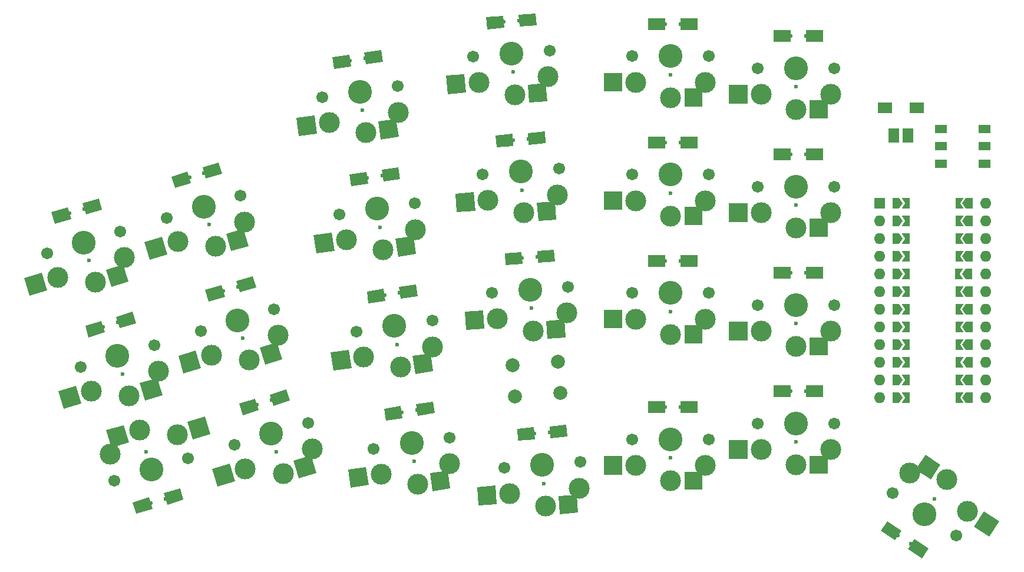
<source format=gbr>
%TF.GenerationSoftware,KiCad,Pcbnew,6.0.11-2627ca5db0~126~ubuntu22.04.1*%
%TF.CreationDate,2023-06-02T23:20:51-05:00*%
%TF.ProjectId,pcb,7063622e-6b69-4636-9164-5f7063625858,rev?*%
%TF.SameCoordinates,Original*%
%TF.FileFunction,Soldermask,Bot*%
%TF.FilePolarity,Negative*%
%FSLAX46Y46*%
G04 Gerber Fmt 4.6, Leading zero omitted, Abs format (unit mm)*
G04 Created by KiCad (PCBNEW 6.0.11-2627ca5db0~126~ubuntu22.04.1) date 2023-06-02 23:20:51*
%MOMM*%
%LPD*%
G01*
G04 APERTURE LIST*
G04 Aperture macros list*
%AMFreePoly0*
4,1,6,0.500000,-0.750000,-0.650000,-0.750000,-0.150000,0.000000,-0.650000,0.750000,0.500000,0.750000,0.500000,-0.750000,0.500000,-0.750000,$1*%
G04 Aperture macros list end*
%ADD10C,3.000000*%
%ADD11C,3.429000*%
%ADD12C,1.701800*%
%ADD13C,0.600000*%
%ADD14O,1.600000X1.600000*%
%ADD15R,1.600000X1.600000*%
%ADD16FreePoly0,0.000000*%
%ADD17FreePoly0,180.000000*%
%ADD18R,1.714000X1.200000*%
%ADD19R,2.000000X1.500000*%
%ADD20R,1.600000X2.000000*%
%ADD21C,2.000000*%
G04 APERTURE END LIST*
%TO.C,K40*%
G36*
X158644899Y-104572128D02*
G01*
X161083299Y-104572128D01*
X161083299Y-106299328D01*
X158644899Y-106299328D01*
X158644899Y-104572128D01*
G37*
G36*
X152244099Y-112496928D02*
G01*
X154885699Y-112496928D01*
X154885699Y-115138528D01*
X152244099Y-115138528D01*
X152244099Y-112496928D01*
G37*
G36*
X163820299Y-114708528D02*
G01*
X166420299Y-114708528D01*
X166420299Y-117308528D01*
X163820299Y-117308528D01*
X163820299Y-114708528D01*
G37*
G36*
X165751299Y-104594528D02*
G01*
X163295299Y-104594528D01*
X163295299Y-106294528D01*
X165751299Y-106294528D01*
X165751299Y-104594528D01*
G37*
%TO.C,K50*%
G36*
X183751307Y-102304977D02*
G01*
X181295307Y-102304977D01*
X181295307Y-104004977D01*
X183751307Y-104004977D01*
X183751307Y-102304977D01*
G37*
G36*
X170244107Y-110207377D02*
G01*
X172885707Y-110207377D01*
X172885707Y-112848977D01*
X170244107Y-112848977D01*
X170244107Y-110207377D01*
G37*
G36*
X181820307Y-112418977D02*
G01*
X184420307Y-112418977D01*
X184420307Y-115018977D01*
X181820307Y-115018977D01*
X181820307Y-112418977D01*
G37*
G36*
X176644907Y-102282577D02*
G01*
X179083307Y-102282577D01*
X179083307Y-104009777D01*
X176644907Y-104009777D01*
X176644907Y-102282577D01*
G37*
%TO.C,K60*%
G36*
X199208639Y-115867470D02*
G01*
X197038034Y-114436220D01*
X198469284Y-112265616D01*
X200639888Y-113696866D01*
X199208639Y-115867470D01*
G37*
G36*
X192028985Y-123248143D02*
G01*
X194079372Y-124600124D01*
X195015189Y-123180882D01*
X192964803Y-121828902D01*
X192028985Y-123248143D01*
G37*
G36*
X197949418Y-127178780D02*
G01*
X195913725Y-125836488D01*
X196864515Y-124394538D01*
X198900208Y-125736831D01*
X197949418Y-127178780D01*
G37*
G36*
X207655562Y-124086295D02*
G01*
X205450227Y-122632145D01*
X206904377Y-120426811D01*
X209109712Y-121880962D01*
X207655562Y-124086295D01*
G37*
%TO.C,U1*%
G36*
X205228922Y-92133170D02*
G01*
X204228922Y-92133170D01*
X203728922Y-91383170D01*
X204228922Y-90633170D01*
X205228922Y-90633170D01*
X205228922Y-92133170D01*
G37*
G36*
X205218597Y-87040829D02*
G01*
X204218597Y-87040829D01*
X203718597Y-86290829D01*
X204218597Y-85540829D01*
X205218597Y-85540829D01*
X205218597Y-87040829D01*
G37*
G36*
X205228922Y-81973170D02*
G01*
X204228922Y-81973170D01*
X203728922Y-81223170D01*
X204228922Y-80473170D01*
X205228922Y-80473170D01*
X205228922Y-81973170D01*
G37*
G36*
X195208922Y-88843170D02*
G01*
X194708922Y-89593170D01*
X193708922Y-89593170D01*
X193708922Y-88093170D01*
X194708922Y-88093170D01*
X195208922Y-88843170D01*
G37*
G36*
X195208922Y-86303170D02*
G01*
X194708922Y-87053170D01*
X193708922Y-87053170D01*
X193708922Y-85553170D01*
X194708922Y-85553170D01*
X195208922Y-86303170D01*
G37*
G36*
X195208922Y-101543170D02*
G01*
X194708922Y-102293170D01*
X193708922Y-102293170D01*
X193708922Y-100793170D01*
X194708922Y-100793170D01*
X195208922Y-101543170D01*
G37*
G36*
X205228922Y-104833170D02*
G01*
X204228922Y-104833170D01*
X203728922Y-104083170D01*
X204228922Y-103333170D01*
X205228922Y-103333170D01*
X205228922Y-104833170D01*
G37*
G36*
X205228922Y-79433170D02*
G01*
X204228922Y-79433170D01*
X203728922Y-78683170D01*
X204228922Y-77933170D01*
X205228922Y-77933170D01*
X205228922Y-79433170D01*
G37*
G36*
X195208922Y-78683170D02*
G01*
X194708922Y-79433170D01*
X193708922Y-79433170D01*
X193708922Y-77933170D01*
X194708922Y-77933170D01*
X195208922Y-78683170D01*
G37*
G36*
X205228922Y-76893170D02*
G01*
X204228922Y-76893170D01*
X203728922Y-76143170D01*
X204228922Y-75393170D01*
X205228922Y-75393170D01*
X205228922Y-76893170D01*
G37*
G36*
X205228922Y-94673170D02*
G01*
X204228922Y-94673170D01*
X203728922Y-93923170D01*
X204228922Y-93173170D01*
X205228922Y-93173170D01*
X205228922Y-94673170D01*
G37*
G36*
X195208922Y-99003170D02*
G01*
X194708922Y-99753170D01*
X193708922Y-99753170D01*
X193708922Y-98253170D01*
X194708922Y-98253170D01*
X195208922Y-99003170D01*
G37*
G36*
X195208922Y-104083170D02*
G01*
X194708922Y-104833170D01*
X193708922Y-104833170D01*
X193708922Y-103333170D01*
X194708922Y-103333170D01*
X195208922Y-104083170D01*
G37*
G36*
X205228922Y-97213170D02*
G01*
X204228922Y-97213170D01*
X203728922Y-96463170D01*
X204228922Y-95713170D01*
X205228922Y-95713170D01*
X205228922Y-97213170D01*
G37*
G36*
X195208922Y-81223170D02*
G01*
X194708922Y-81973170D01*
X193708922Y-81973170D01*
X193708922Y-80473170D01*
X194708922Y-80473170D01*
X195208922Y-81223170D01*
G37*
G36*
X205228922Y-89593170D02*
G01*
X204228922Y-89593170D01*
X203728922Y-88843170D01*
X204228922Y-88093170D01*
X205228922Y-88093170D01*
X205228922Y-89593170D01*
G37*
G36*
X205228922Y-84513170D02*
G01*
X204228922Y-84513170D01*
X203728922Y-83763170D01*
X204228922Y-83013170D01*
X205228922Y-83013170D01*
X205228922Y-84513170D01*
G37*
G36*
X195208922Y-96463170D02*
G01*
X194708922Y-97213170D01*
X193708922Y-97213170D01*
X193708922Y-95713170D01*
X194708922Y-95713170D01*
X195208922Y-96463170D01*
G37*
G36*
X195208922Y-91383170D02*
G01*
X194708922Y-92133170D01*
X193708922Y-92133170D01*
X193708922Y-90633170D01*
X194708922Y-90633170D01*
X195208922Y-91383170D01*
G37*
G36*
X195208922Y-83763170D02*
G01*
X194708922Y-84513170D01*
X193708922Y-84513170D01*
X193708922Y-83013170D01*
X194708922Y-83013170D01*
X195208922Y-83763170D01*
G37*
G36*
X195208922Y-93923170D02*
G01*
X194708922Y-94673170D01*
X193708922Y-94673170D01*
X193708922Y-93173170D01*
X194708922Y-93173170D01*
X195208922Y-93923170D01*
G37*
G36*
X205303922Y-99753170D02*
G01*
X204303922Y-99753170D01*
X203803922Y-99003170D01*
X204303922Y-98253170D01*
X205303922Y-98253170D01*
X205303922Y-99753170D01*
G37*
G36*
X205228922Y-102293170D02*
G01*
X204228922Y-102293170D01*
X203728922Y-101543170D01*
X204228922Y-100793170D01*
X205228922Y-100793170D01*
X205228922Y-102293170D01*
G37*
G36*
X195208922Y-76143170D02*
G01*
X194708922Y-76893170D01*
X193708922Y-76893170D01*
X193708922Y-75393170D01*
X194708922Y-75393170D01*
X195208922Y-76143170D01*
G37*
%TO.C,K31*%
G36*
X143966424Y-93043052D02*
G01*
X146558516Y-92840416D01*
X146761152Y-95432507D01*
X144169061Y-95635144D01*
X143966424Y-93043052D01*
G37*
G36*
X132253070Y-91740395D02*
G01*
X134886635Y-91534516D01*
X135092514Y-94168081D01*
X132458949Y-94373960D01*
X132253070Y-91740395D01*
G37*
G36*
X145103295Y-82809320D02*
G01*
X142654765Y-83000733D01*
X142787258Y-84695562D01*
X145235788Y-84504149D01*
X145103295Y-82809320D01*
G37*
G36*
X138016765Y-83340840D02*
G01*
X140447748Y-83150798D01*
X140582361Y-84872746D01*
X138151378Y-85062787D01*
X138016765Y-83340840D01*
G37*
%TO.C,K02*%
G36*
X72850831Y-77440462D02*
G01*
X75187605Y-76743840D01*
X75681045Y-78399054D01*
X73344272Y-79095677D01*
X72850831Y-77440462D01*
G37*
G36*
X79667454Y-75431713D02*
G01*
X77313813Y-76133363D01*
X77799484Y-77762512D01*
X80153124Y-77060861D01*
X79667454Y-75431713D01*
G37*
G36*
X80706385Y-85675851D02*
G01*
X83198024Y-84933062D01*
X83940813Y-87424700D01*
X81449175Y-88167490D01*
X80706385Y-85675851D01*
G37*
G36*
X68980823Y-86863611D02*
G01*
X71512328Y-86108937D01*
X72267002Y-88640441D01*
X69735497Y-89395116D01*
X68980823Y-86863611D01*
G37*
%TO.C,K43*%
G36*
X165751298Y-49534527D02*
G01*
X163295298Y-49534527D01*
X163295298Y-51234527D01*
X165751298Y-51234527D01*
X165751298Y-49534527D01*
G37*
G36*
X163820298Y-59648527D02*
G01*
X166420298Y-59648527D01*
X166420298Y-62248527D01*
X163820298Y-62248527D01*
X163820298Y-59648527D01*
G37*
G36*
X152244098Y-57436927D02*
G01*
X154885698Y-57436927D01*
X154885698Y-60078527D01*
X152244098Y-60078527D01*
X152244098Y-57436927D01*
G37*
G36*
X158644898Y-49512127D02*
G01*
X161083298Y-49512127D01*
X161083298Y-51239327D01*
X158644898Y-51239327D01*
X158644898Y-49512127D01*
G37*
%TO.C,K21*%
G36*
X118183849Y-88807667D02*
G01*
X120596338Y-88453142D01*
X120847460Y-90161989D01*
X118434970Y-90516514D01*
X118183849Y-88807667D01*
G37*
G36*
X124778010Y-98083895D02*
G01*
X127350383Y-97705874D01*
X127728403Y-100278247D01*
X125156030Y-100656267D01*
X124778010Y-98083895D01*
G37*
G36*
X125217993Y-87796613D02*
G01*
X122788091Y-88153696D01*
X123035258Y-89835632D01*
X125465160Y-89478548D01*
X125217993Y-87796613D01*
G37*
G36*
X113003268Y-97578886D02*
G01*
X115616799Y-97194817D01*
X116000867Y-99808348D01*
X113387337Y-100192416D01*
X113003268Y-97578886D01*
G37*
%TO.C,K53*%
G36*
X183751307Y-51244976D02*
G01*
X181295307Y-51244976D01*
X181295307Y-52944976D01*
X183751307Y-52944976D01*
X183751307Y-51244976D01*
G37*
G36*
X181820307Y-61358976D02*
G01*
X184420307Y-61358976D01*
X184420307Y-63958976D01*
X181820307Y-63958976D01*
X181820307Y-61358976D01*
G37*
G36*
X176644907Y-51222576D02*
G01*
X179083307Y-51222576D01*
X179083307Y-52949776D01*
X176644907Y-52949776D01*
X176644907Y-51222576D01*
G37*
G36*
X170244107Y-59147376D02*
G01*
X172885707Y-59147376D01*
X172885707Y-61788976D01*
X170244107Y-61788976D01*
X170244107Y-59147376D01*
G37*
%TO.C,K22*%
G36*
X110528689Y-80739740D02*
G01*
X113142220Y-80355671D01*
X113526288Y-82969202D01*
X110912758Y-83353270D01*
X110528689Y-80739740D01*
G37*
G36*
X122303431Y-81244749D02*
G01*
X124875804Y-80866728D01*
X125253824Y-83439101D01*
X122681451Y-83817121D01*
X122303431Y-81244749D01*
G37*
G36*
X122743414Y-70957467D02*
G01*
X120313512Y-71314550D01*
X120560679Y-72996486D01*
X122990581Y-72639402D01*
X122743414Y-70957467D01*
G37*
G36*
X115709270Y-71968521D02*
G01*
X118121759Y-71613996D01*
X118372881Y-73322843D01*
X115960391Y-73677368D01*
X115709270Y-71968521D01*
G37*
%TO.C,K01*%
G36*
X77713247Y-93751112D02*
G01*
X80050021Y-93054490D01*
X80543461Y-94709704D01*
X78206688Y-95406327D01*
X77713247Y-93751112D01*
G37*
G36*
X85568801Y-101986501D02*
G01*
X88060440Y-101243712D01*
X88803229Y-103735350D01*
X86311591Y-104478140D01*
X85568801Y-101986501D01*
G37*
G36*
X84529870Y-91742363D02*
G01*
X82176229Y-92444013D01*
X82661900Y-94073162D01*
X85015540Y-93371511D01*
X84529870Y-91742363D01*
G37*
G36*
X73843239Y-103174261D02*
G01*
X76374744Y-102419587D01*
X77129418Y-104951091D01*
X74597913Y-105705766D01*
X73843239Y-103174261D01*
G37*
%TO.C,K42*%
G36*
X158644899Y-66532128D02*
G01*
X161083299Y-66532128D01*
X161083299Y-68259328D01*
X158644899Y-68259328D01*
X158644899Y-66532128D01*
G37*
G36*
X165751299Y-66554528D02*
G01*
X163295299Y-66554528D01*
X163295299Y-68254528D01*
X165751299Y-68254528D01*
X165751299Y-66554528D01*
G37*
G36*
X163820299Y-76668528D02*
G01*
X166420299Y-76668528D01*
X166420299Y-79268528D01*
X163820299Y-79268528D01*
X163820299Y-76668528D01*
G37*
G36*
X152244099Y-74456928D02*
G01*
X154885699Y-74456928D01*
X154885699Y-77098528D01*
X152244099Y-77098528D01*
X152244099Y-74456928D01*
G37*
%TO.C,K12*%
G36*
X86230629Y-81721221D02*
G01*
X88762134Y-80966547D01*
X89516808Y-83498051D01*
X86985303Y-84252726D01*
X86230629Y-81721221D01*
G37*
G36*
X97956191Y-80533461D02*
G01*
X100447830Y-79790672D01*
X101190619Y-82282310D01*
X98698981Y-83025100D01*
X97956191Y-80533461D01*
G37*
G36*
X96917260Y-70289323D02*
G01*
X94563619Y-70990973D01*
X95049290Y-72620122D01*
X97402930Y-71918471D01*
X96917260Y-70289323D01*
G37*
G36*
X90100637Y-72298072D02*
G01*
X92437411Y-71601450D01*
X92930851Y-73256664D01*
X90594078Y-73953287D01*
X90100637Y-72298072D01*
G37*
%TO.C,K41*%
G36*
X163820300Y-93688528D02*
G01*
X166420300Y-93688528D01*
X166420300Y-96288528D01*
X163820300Y-96288528D01*
X163820300Y-93688528D01*
G37*
G36*
X165751300Y-83574528D02*
G01*
X163295300Y-83574528D01*
X163295300Y-85274528D01*
X165751300Y-85274528D01*
X165751300Y-83574528D01*
G37*
G36*
X158644900Y-83552128D02*
G01*
X161083300Y-83552128D01*
X161083300Y-85279328D01*
X158644900Y-85279328D01*
X158644900Y-83552128D01*
G37*
G36*
X152244100Y-91476928D02*
G01*
X154885700Y-91476928D01*
X154885700Y-94118528D01*
X152244100Y-94118528D01*
X152244100Y-91476928D01*
G37*
%TO.C,K11*%
G36*
X101779676Y-86599973D02*
G01*
X99426035Y-87301623D01*
X99911706Y-88930772D01*
X102265346Y-88229121D01*
X101779676Y-86599973D01*
G37*
G36*
X102818607Y-96844111D02*
G01*
X105310246Y-96101322D01*
X106053035Y-98592960D01*
X103561397Y-99335750D01*
X102818607Y-96844111D01*
G37*
G36*
X91093045Y-98031871D02*
G01*
X93624550Y-97277197D01*
X94379224Y-99808701D01*
X91847719Y-100563376D01*
X91093045Y-98031871D01*
G37*
G36*
X94963053Y-88608722D02*
G01*
X97299827Y-87912100D01*
X97793267Y-89567314D01*
X95456494Y-90263937D01*
X94963053Y-88608722D01*
G37*
%TO.C,K51*%
G36*
X176644907Y-85262578D02*
G01*
X179083307Y-85262578D01*
X179083307Y-86989778D01*
X176644907Y-86989778D01*
X176644907Y-85262578D01*
G37*
G36*
X181820307Y-95398978D02*
G01*
X184420307Y-95398978D01*
X184420307Y-97998978D01*
X181820307Y-97998978D01*
X181820307Y-95398978D01*
G37*
G36*
X170244107Y-93187378D02*
G01*
X172885707Y-93187378D01*
X172885707Y-95828978D01*
X170244107Y-95828978D01*
X170244107Y-93187378D01*
G37*
G36*
X183751307Y-85284978D02*
G01*
X181295307Y-85284978D01*
X181295307Y-86984978D01*
X183751307Y-86984978D01*
X183751307Y-85284978D01*
G37*
%TO.C,K33*%
G36*
X129600090Y-57803936D02*
G01*
X132233655Y-57598057D01*
X132439534Y-60231622D01*
X129805969Y-60437501D01*
X129600090Y-57803936D01*
G37*
G36*
X142450315Y-48872861D02*
G01*
X140001785Y-49064274D01*
X140134278Y-50759103D01*
X142582808Y-50567690D01*
X142450315Y-48872861D01*
G37*
G36*
X141313444Y-59106593D02*
G01*
X143905536Y-58903957D01*
X144108172Y-61496048D01*
X141516081Y-61698685D01*
X141313444Y-59106593D01*
G37*
G36*
X135363785Y-49404381D02*
G01*
X137794768Y-49214339D01*
X137929381Y-50936287D01*
X135498398Y-51126328D01*
X135363785Y-49404381D01*
G37*
%TO.C,K00*%
G36*
X83988941Y-110513221D02*
G01*
X81497302Y-111256010D01*
X80754513Y-108764372D01*
X83246151Y-108021582D01*
X83988941Y-110513221D01*
G37*
G36*
X95714503Y-109325461D02*
G01*
X93182998Y-110080135D01*
X92428324Y-107548631D01*
X94959829Y-106793956D01*
X95714503Y-109325461D01*
G37*
G36*
X91844495Y-118748610D02*
G01*
X89507721Y-119445232D01*
X89014281Y-117790018D01*
X91351054Y-117093395D01*
X91844495Y-118748610D01*
G37*
G36*
X85027872Y-120757359D02*
G01*
X87381513Y-120055709D01*
X86895842Y-118426560D01*
X84542202Y-119128211D01*
X85027872Y-120757359D01*
G37*
%TO.C,K20*%
G36*
X127252587Y-114923043D02*
G01*
X129824960Y-114545022D01*
X130202980Y-117117395D01*
X127630607Y-117495415D01*
X127252587Y-114923043D01*
G37*
G36*
X115477845Y-114418034D02*
G01*
X118091376Y-114033965D01*
X118475444Y-116647496D01*
X115861914Y-117031564D01*
X115477845Y-114418034D01*
G37*
G36*
X120658426Y-105646815D02*
G01*
X123070915Y-105292290D01*
X123322037Y-107001137D01*
X120909547Y-107355662D01*
X120658426Y-105646815D01*
G37*
G36*
X127692570Y-104635761D02*
G01*
X125262668Y-104992844D01*
X125509835Y-106674780D01*
X127939737Y-106317696D01*
X127692570Y-104635761D01*
G37*
%TO.C,K32*%
G36*
X142639935Y-76074822D02*
G01*
X145232027Y-75872186D01*
X145434663Y-78464277D01*
X142842572Y-78666914D01*
X142639935Y-76074822D01*
G37*
G36*
X136690276Y-66372610D02*
G01*
X139121259Y-66182568D01*
X139255872Y-67904516D01*
X136824889Y-68094557D01*
X136690276Y-66372610D01*
G37*
G36*
X130926581Y-74772165D02*
G01*
X133560146Y-74566286D01*
X133766025Y-77199851D01*
X131132460Y-77405730D01*
X130926581Y-74772165D01*
G37*
G36*
X143776806Y-65841090D02*
G01*
X141328276Y-66032503D01*
X141460769Y-67727332D01*
X143909299Y-67535919D01*
X143776806Y-65841090D01*
G37*
%TO.C,K23*%
G36*
X119828853Y-64405603D02*
G01*
X122401226Y-64027582D01*
X122779246Y-66599955D01*
X120206873Y-66977975D01*
X119828853Y-64405603D01*
G37*
G36*
X108054111Y-63900594D02*
G01*
X110667642Y-63516525D01*
X111051710Y-66130056D01*
X108438180Y-66514124D01*
X108054111Y-63900594D01*
G37*
G36*
X113234692Y-55129375D02*
G01*
X115647181Y-54774850D01*
X115898303Y-56483697D01*
X113485813Y-56838222D01*
X113234692Y-55129375D01*
G37*
G36*
X120268836Y-54118321D02*
G01*
X117838934Y-54475404D01*
X118086101Y-56157340D01*
X120516003Y-55800256D01*
X120268836Y-54118321D01*
G37*
%TO.C,K30*%
G36*
X139793233Y-108534061D02*
G01*
X142224216Y-108344019D01*
X142358829Y-110065967D01*
X139927846Y-110256008D01*
X139793233Y-108534061D01*
G37*
G36*
X134029538Y-116933616D02*
G01*
X136663103Y-116727737D01*
X136868982Y-119361302D01*
X134235417Y-119567181D01*
X134029538Y-116933616D01*
G37*
G36*
X146879763Y-108002541D02*
G01*
X144431233Y-108193954D01*
X144563726Y-109888783D01*
X147012256Y-109697370D01*
X146879763Y-108002541D01*
G37*
G36*
X145742892Y-118236273D02*
G01*
X148334984Y-118033637D01*
X148537620Y-120625728D01*
X145945529Y-120828365D01*
X145742892Y-118236273D01*
G37*
%TO.C,K10*%
G36*
X107681024Y-113154761D02*
G01*
X110172663Y-112411972D01*
X110915452Y-114903610D01*
X108423814Y-115646400D01*
X107681024Y-113154761D01*
G37*
G36*
X106642093Y-102910623D02*
G01*
X104288452Y-103612273D01*
X104774123Y-105241422D01*
X107127763Y-104539771D01*
X106642093Y-102910623D01*
G37*
G36*
X95955462Y-114342521D02*
G01*
X98486967Y-113587847D01*
X99241641Y-116119351D01*
X96710136Y-116874026D01*
X95955462Y-114342521D01*
G37*
G36*
X99825470Y-104919372D02*
G01*
X102162244Y-104222750D01*
X102655684Y-105877964D01*
X100318911Y-106574587D01*
X99825470Y-104919372D01*
G37*
%TO.C,K52*%
G36*
X183751308Y-68264976D02*
G01*
X181295308Y-68264976D01*
X181295308Y-69964976D01*
X183751308Y-69964976D01*
X183751308Y-68264976D01*
G37*
G36*
X176644908Y-68242576D02*
G01*
X179083308Y-68242576D01*
X179083308Y-69969776D01*
X176644908Y-69969776D01*
X176644908Y-68242576D01*
G37*
G36*
X170244108Y-76167376D02*
G01*
X172885708Y-76167376D01*
X172885708Y-78808976D01*
X170244108Y-78808976D01*
X170244108Y-76167376D01*
G37*
G36*
X181820308Y-78378976D02*
G01*
X184420308Y-78378976D01*
X184420308Y-80978976D01*
X181820308Y-80978976D01*
X181820308Y-78378976D01*
G37*
%TD*%
D10*
%TO.C,K40*%
X166845299Y-113808528D03*
D11*
X161845299Y-110058528D03*
D12*
X156345299Y-110058528D03*
X167345299Y-110058528D03*
D10*
X161845299Y-116008528D03*
D13*
X161095299Y-105444528D03*
D10*
X156845299Y-113808528D03*
D13*
X161845299Y-112733528D03*
X163295299Y-105444528D03*
%TD*%
D11*
%TO.C,K50*%
X179845307Y-107768977D03*
D13*
X179095307Y-103154977D03*
D10*
X179845307Y-113718977D03*
X184845307Y-111518977D03*
D12*
X185345307Y-107768977D03*
X174345307Y-107768977D03*
D10*
X174845307Y-111518977D03*
D13*
X179845307Y-110443977D03*
X181295307Y-103154977D03*
%TD*%
D12*
%TO.C,K60*%
X202889391Y-123864356D03*
X193706065Y-117809068D03*
D13*
X196383946Y-125101561D03*
D10*
X204536270Y-120458436D03*
X196187791Y-114953629D03*
D11*
X198297728Y-120836712D03*
D10*
X201573088Y-115869367D03*
D13*
X199770264Y-118603494D03*
X194547280Y-123890503D03*
%TD*%
D14*
%TO.C,U1*%
X191848922Y-96463170D03*
X207088922Y-101543170D03*
X191848922Y-93923170D03*
X207088922Y-83763170D03*
X207088922Y-99003170D03*
X191848922Y-101543170D03*
X191848922Y-86303170D03*
X191848922Y-78683170D03*
X207088922Y-91383170D03*
X191848922Y-104083170D03*
X207088922Y-78683170D03*
D15*
X191848922Y-76143170D03*
D14*
X207088922Y-104083170D03*
X207088922Y-81223170D03*
X191848922Y-81223170D03*
X207088922Y-96463170D03*
X191848922Y-99003170D03*
X207088922Y-86303170D03*
X207088922Y-93923170D03*
X191848922Y-83763170D03*
X191848922Y-88843170D03*
X191848922Y-91383170D03*
X207088922Y-88843170D03*
X207088922Y-76143170D03*
D16*
X195658922Y-76143170D03*
X195658922Y-78683170D03*
X195658922Y-81223170D03*
X195658922Y-83763170D03*
X195658922Y-86303170D03*
X195658922Y-88843170D03*
X195658922Y-91383170D03*
X195658922Y-93923170D03*
X195658922Y-96463170D03*
X195658922Y-99003170D03*
X195658922Y-101543170D03*
X195658922Y-104083170D03*
D17*
X203278922Y-104083170D03*
X203278922Y-101543170D03*
X203353922Y-99003170D03*
X203278922Y-96463170D03*
X203278922Y-93923170D03*
X203278922Y-91383170D03*
X203278922Y-88843170D03*
X203268597Y-86290829D03*
X203278922Y-83763170D03*
X203278922Y-81223170D03*
X203278922Y-78683170D03*
X203278922Y-76143170D03*
%TD*%
D12*
%TO.C,K31*%
X147118295Y-88132468D03*
D11*
X141635024Y-88561122D03*
D10*
X136942497Y-92689401D03*
D13*
X140527704Y-84019609D03*
D10*
X146912080Y-91910030D03*
D12*
X136151753Y-88989776D03*
D10*
X142098750Y-94493024D03*
D13*
X141843506Y-91227985D03*
X142721012Y-83848148D03*
%TD*%
D10*
%TO.C,K02*%
X79185093Y-87485905D03*
D12*
X82756021Y-80212600D03*
X72214473Y-83355172D03*
D13*
X75448339Y-77576452D03*
D10*
X83348191Y-83949154D03*
D11*
X77485247Y-81783886D03*
D10*
X73764966Y-86806037D03*
D13*
X78249463Y-84347399D03*
X77556649Y-76947938D03*
%TD*%
D10*
%TO.C,K43*%
X156845298Y-58748527D03*
D11*
X161845298Y-54998527D03*
D12*
X167345298Y-54998527D03*
X156345298Y-54998527D03*
D10*
X161845298Y-60948527D03*
D13*
X161095298Y-50384527D03*
D10*
X166845298Y-58748527D03*
D13*
X161845298Y-57673527D03*
X163295298Y-50384527D03*
%TD*%
D12*
%TO.C,K21*%
X127589479Y-92970797D03*
D10*
X127640014Y-96753646D03*
D12*
X116706365Y-94570113D03*
D11*
X122147922Y-93770455D03*
D13*
X120735051Y-89314527D03*
D10*
X117746273Y-98207570D03*
X123013006Y-99657231D03*
D13*
X122536847Y-96417031D03*
X122911674Y-88994664D03*
%TD*%
D12*
%TO.C,K53*%
X174345307Y-56708976D03*
D10*
X179845307Y-62658976D03*
D13*
X179095307Y-52094976D03*
D10*
X174845307Y-60458976D03*
D12*
X185345307Y-56708976D03*
D11*
X179845307Y-56708976D03*
D10*
X184845307Y-60458976D03*
D13*
X179845307Y-59383976D03*
X181295307Y-52094976D03*
%TD*%
D12*
%TO.C,K22*%
X114231786Y-77730967D03*
X125114900Y-76131651D03*
D10*
X120538427Y-82818085D03*
D13*
X118260472Y-72475381D03*
D11*
X119673343Y-76931309D03*
D10*
X115271694Y-81368424D03*
X125165435Y-79914500D03*
D13*
X120062268Y-79577885D03*
X120437095Y-72155518D03*
%TD*%
D11*
%TO.C,K01*%
X82347663Y-98094536D03*
D12*
X87618437Y-96523250D03*
D10*
X84047509Y-103796555D03*
X88210607Y-100259804D03*
X78627382Y-103116687D03*
D12*
X77076889Y-99665822D03*
D13*
X80310755Y-93887102D03*
X83111879Y-100658049D03*
X82419065Y-93258588D03*
%TD*%
D12*
%TO.C,K42*%
X167345299Y-72018528D03*
D10*
X156845299Y-75768528D03*
X166845299Y-75768528D03*
D13*
X161095299Y-67404528D03*
D12*
X156345299Y-72018528D03*
D10*
X161845299Y-77968528D03*
D11*
X161845299Y-72018528D03*
D13*
X161845299Y-74693528D03*
X163295299Y-67404528D03*
%TD*%
D10*
%TO.C,K12*%
X91014772Y-81663647D03*
D13*
X92698145Y-72434062D03*
D12*
X100005827Y-75070210D03*
D10*
X100597997Y-78806764D03*
D12*
X89464279Y-78212782D03*
D11*
X94735053Y-76641496D03*
D10*
X96434899Y-82343515D03*
D13*
X95499269Y-79205009D03*
X94806455Y-71805548D03*
%TD*%
D10*
%TO.C,K41*%
X161845300Y-94988528D03*
D12*
X167345300Y-89038528D03*
D10*
X156845300Y-92788528D03*
D13*
X161095300Y-84424528D03*
D11*
X161845300Y-89038528D03*
D12*
X156345300Y-89038528D03*
D10*
X166845300Y-92788528D03*
D13*
X161845300Y-91713528D03*
X163295300Y-84424528D03*
%TD*%
%TO.C,K11*%
X97560561Y-88744712D03*
D10*
X105460413Y-95117414D03*
X95877188Y-97974297D03*
D12*
X94326695Y-94523432D03*
X104868243Y-91380860D03*
D11*
X99597469Y-92952146D03*
D10*
X101297315Y-98654165D03*
D13*
X100361685Y-95515659D03*
X99668871Y-88116198D03*
%TD*%
D10*
%TO.C,K51*%
X174845307Y-94498978D03*
X184845307Y-94498978D03*
D12*
X174345307Y-90748978D03*
D11*
X179845307Y-90748978D03*
D10*
X179845307Y-96698978D03*
D13*
X179095307Y-86134978D03*
D12*
X185345307Y-90748978D03*
D13*
X179845307Y-93423978D03*
X181295307Y-86134978D03*
%TD*%
D12*
%TO.C,K33*%
X133498773Y-55053317D03*
D10*
X139445770Y-60556565D03*
D12*
X144465315Y-54196009D03*
D10*
X134289517Y-58752942D03*
D11*
X138982044Y-54624663D03*
D10*
X144259100Y-57973571D03*
D13*
X137874724Y-50083150D03*
X139190526Y-57291526D03*
X140068032Y-49911689D03*
%TD*%
D10*
%TO.C,K00*%
X90930360Y-109383035D03*
D13*
X89246987Y-118612620D03*
D10*
X81347135Y-112239918D03*
D12*
X92480853Y-112833900D03*
D11*
X87210079Y-114405186D03*
D12*
X81939305Y-115976472D03*
D10*
X85510233Y-108703167D03*
D13*
X86445863Y-111841673D03*
X87138677Y-119241134D03*
%TD*%
D10*
%TO.C,K20*%
X125487583Y-116496379D03*
X120220850Y-115046718D03*
D12*
X130064056Y-109809945D03*
X119180942Y-111409261D03*
D11*
X124622499Y-110609603D03*
D10*
X130114591Y-113592794D03*
D13*
X123209628Y-106153675D03*
X125011424Y-113256179D03*
X125386251Y-105833812D03*
%TD*%
D10*
%TO.C,K32*%
X145585591Y-74941800D03*
D12*
X134825264Y-72021546D03*
X145791806Y-71164238D03*
D10*
X140772261Y-77524794D03*
X135616008Y-75721171D03*
D13*
X139201215Y-67051379D03*
D11*
X140308535Y-71592892D03*
D13*
X140517017Y-74259755D03*
X141394523Y-66879918D03*
%TD*%
D12*
%TO.C,K23*%
X122640322Y-59292505D03*
D10*
X112797116Y-64529278D03*
D11*
X117198765Y-60092163D03*
D10*
X122690857Y-63075354D03*
X118063849Y-65978939D03*
D13*
X115785894Y-55636235D03*
D12*
X111757208Y-60891821D03*
D13*
X117587690Y-62738739D03*
X117962517Y-55316372D03*
%TD*%
%TO.C,K30*%
X142304172Y-109212830D03*
D10*
X143875218Y-119686245D03*
X148688548Y-117103251D03*
D12*
X137928221Y-114182997D03*
D10*
X138718965Y-117882622D03*
D11*
X143411492Y-113754343D03*
D12*
X148894763Y-113325689D03*
D13*
X143619974Y-116421206D03*
X144497480Y-109041369D03*
%TD*%
D11*
%TO.C,K10*%
X104459886Y-109262796D03*
D13*
X102422978Y-105055362D03*
D10*
X110322830Y-111428064D03*
D12*
X109730660Y-107691510D03*
D10*
X106159732Y-114964815D03*
D12*
X99189112Y-110834082D03*
D10*
X100739605Y-114284947D03*
D13*
X105224102Y-111826309D03*
X104531288Y-104426848D03*
%TD*%
D11*
%TO.C,K52*%
X179845308Y-73728976D03*
D10*
X184845308Y-77478976D03*
X179845308Y-79678976D03*
D12*
X174345308Y-73728976D03*
D13*
X179095308Y-69114976D03*
D12*
X185345308Y-73728976D03*
D10*
X174845308Y-77478976D03*
D13*
X179845308Y-76403976D03*
X181295308Y-69114976D03*
%TD*%
D18*
%TO.C,SW3*%
X206978000Y-70445000D03*
X206978000Y-67945000D03*
X206978000Y-65445000D03*
X200692000Y-70445000D03*
X200692000Y-67945000D03*
X200692000Y-65445000D03*
%TD*%
D19*
%TO.C,J1*%
X192659000Y-62435000D03*
X197231000Y-62435000D03*
D20*
X195961000Y-66435000D03*
X193929000Y-66421000D03*
%TD*%
D21*
%TO.C,SW1*%
X145645247Y-98882886D03*
X139165018Y-99389477D03*
X139515735Y-103875789D03*
X145995964Y-103369198D03*
%TD*%
M02*

</source>
